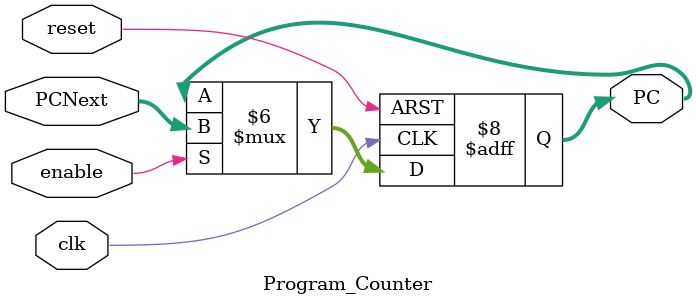
<source format=v>
module Program_Counter
(
input [31:0]PCNext,
input clk,
input enable,
input reset,
output reg [31:0]PC
);

always@(posedge clk, negedge reset)
begin
if(!reset)
PC<=32'b0;
else if(enable)
PC<=PCNext;
else if (!enable)
PC<=PC;
end
endmodule
</source>
